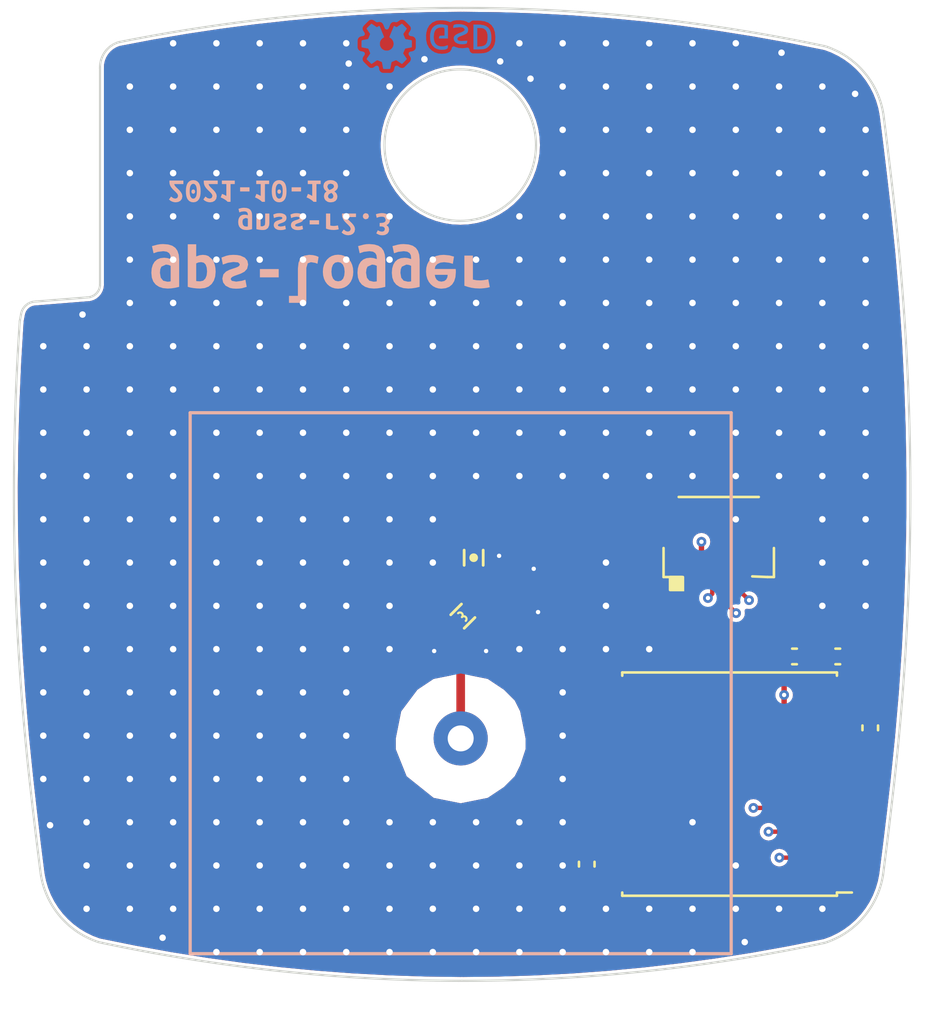
<source format=kicad_pcb>
(kicad_pcb (version 20210925) (generator pcbnew)
  (title_block (title "gps-logger-gnss") (date "2021-10-18") (rev "r2.3"))
  (layers (0 "F.Cu" signal) (1 "In1.Cu" signal) (2 "In2.Cu" signal) (31 "B.Cu" signal) (34 "B.Paste" user) (35 "F.Paste" user) (36 "B.SilkS" user "B.Silkscreen") (37 "F.SilkS" user "F.Silkscreen") (38 "B.Mask" user) (39 "F.Mask" user) (44 "Edge.Cuts" user))
  (net 0 "")
  (net 1 "GND")
  (net 2 "Net-(FLT1-Pad3)")
  (net 3 "Net-(C1-Pad1)")
  (net 4 "Net-(C3-Pad1)")
  (net 5 "Net-(ANT1-Pad1)")
  (net 6 "Net-(FLT2-Pad1)")
  (net 7 "Net-(J1-Pad2)")
  (net 8 "Net-(J1-Pad3)")
  (net 9 "Net-(C4-Pad1)")
  (net 10 "Net-(FLT1-Pad1)")
  (net 11 "Net-(FLT2-Pad3)")
  (net 12 "Net-(L1-Pad1)")
  (net 13 "Net-(J1-Pad4)")
  (footprint "gkl_housings_son:SAW-5" (layer "F.Cu") (at 111.95 96.103352)
    (fp_text reference "FLT1" hide)
    (fp_text value "SF1186G" hide)
  )
  (footprint "gkl_housings_son:XSON6" (layer "F.Cu") (at 110.25 96.603352 -90)
    (fp_text reference "U2" hide)
    (fp_text value "BGU7007" hide)
  )
  (footprint "pkl_dipol:C_0402" (layer "F.Cu") (at 108.7 94.753352 90)
    (fp_text reference "C4" hide)
    (fp_text value "1nF" hide)
  )
  (footprint "gkl_housings_son:SAW-5" (layer "F.Cu") (at 108.1 99.253352 90)
    (fp_text reference "FLT2" hide)
    (fp_text value "SF1186G" hide)
  )
  (footprint "pkl_dipol:L_0402" (layer "F.Cu") (at 108.2 97.453352 -135)
    (fp_text reference "L1" hide)
    (fp_text value "5.6nH" hide)
  )
  (footprint "Capacitor_SMD:C_0402_1005Metric" (layer "F.Cu") (at 127.025741 102.615915 90)
    (fp_text reference "C5" hide)
    (fp_text value "0.1uF" hide)
  )
  (footprint "RF_GPS:ublox_MAX" (layer "F.Cu") (at 120.525741 105.215915 180)
    (fp_text reference "U1" hide)
    (fp_text value "MAX-M8C" hide)
  )
  (footprint "Capacitor_SMD:C_0402_1005Metric" (layer "F.Cu") (at 113.925741 108.915915 90)
    (fp_text reference "C2" hide)
    (fp_text value "0.1uF" hide)
  )
  (footprint "Capacitor_SMD:C_0402_1005Metric" (layer "F.Cu") (at 125.525741 99.315915 180)
    (fp_text reference "C1" hide)
    (fp_text value "4.7uF" hide)
  )
  (footprint "gps-logger:Hirose_FH34SRJ-16S-0.5SH_1x16-1MP_P0.50mm_Horizontal" (layer "F.Cu") (at 119.974741 94.215915 180)
    (fp_text reference "J1" hide)
    (fp_text value "Conn_01x06_MountingPin" hide)
  )
  (footprint "Capacitor_SMD:C_0402_1005Metric" (layer "F.Cu") (at 123.525741 99.315915)
    (fp_text reference "C3" hide)
    (fp_text value "4.7uF" hide)
  )
  (footprint "gkl_antenna:GPS_ANT" (layer "B.Cu") (at 108.1 103.103352 180)
    (fp_text reference "ANT1" hide)
    (fp_text value "pkl_PATCH_ANTENNA" hide)
  )
  (footprint "gkl_logos:gsd_logo_small" (layer "B.Cu") (at 108.1 70.603352)
    (fp_text reference "G***" hide)
    (fp_text value "LOGO" hide)
  )
  (footprint "gkl_logos:oshw_small" (layer "B.Cu") (at 104.6875 71.090852)
    (fp_text reference "G***" hide)
    (fp_text value "LOGO" hide)
  )
  (footprint "kibuzzard-616D57EE" (layer "B.Cu") (at 98.525741 77.815915)
    (fp_text reference "kibuzzard-616D57EE" hide)
    (fp_text value "G***" hide)
  )
  (footprint "kibuzzard-616D5807" (layer "B.Cu") (at 101.325741 79.215915)
    (fp_text reference "kibuzzard-616D5807" hide)
    (fp_text value "G***" hide)
  )
  (footprint "kibuzzard-616D5817" (layer "B.Cu") (at 101.625741 81.615915)
    (fp_text reference "kibuzzard-616D5817" hide)
    (fp_text value "G***" hide)
  )
  (gr_circle (center 108.080119 75.684581) (end 111.580119 75.684581) (layer "Edge.Cuts") (width 0.1) (fill none))
  (gr_arc (start 88.475 83.6125) (end 88.475 82.9125) (angle -75.96383594) (layer "Edge.Cuts") (width 0.1))
  (gr_arc (start -116.8 105.703352) (end 127.636746 74.277907) (angle 1.003919669) (layer "Edge.Cuts") (width 0.1))
  (gr_line (start 90.834678 82.72293) (end 88.475 82.9125) (layer "Edge.Cuts") (width 0.1))
  (gr_line (start 87.7959 83.442726) (end 87.725741 83.815915) (layer "Edge.Cuts") (width 0.1))
  (gr_arc (start 123.742166 74.865673) (end 124.958496 71.119507) (angle 63.4298281) (layer "Edge.Cuts") (width 0.1))
  (gr_arc (start 123.726165 108.801365) (end 127.620189 109.392804) (angle 63.4298281) (layer "Edge.Cuts") (width 0.1))
  (gr_arc (start 108.147819 33.301626) (end 124.938961 112.548677) (angle 11.96000713) (layer "Edge.Cuts") (width 0.1))
  (gr_arc (start 92.650403 72.089631) (end 91.434678 72.12293) (angle 73.59047988) (layer "Edge.Cuts") (width 0.1))
  (gr_arc (start 90.834678 82.12293) (end 90.834678 82.72293) (angle -90) (layer "Edge.Cuts") (width 0.1))
  (gr_line (start 91.434678 72.12293) (end 91.434678 82.12293) (layer "Edge.Cuts") (width 0.1))
  (gr_arc (start 108.295923 33.301753) (end 108.152189 114.30803) (angle 11.96000713) (layer "Edge.Cuts") (width 0.1))
  (gr_arc (start -116.786813 77.736859) (end 128.13731 105.105737) (angle 1.003919669) (layer "Edge.Cuts") (width 0.1))
  (gr_arc (start 108.092628 150.350688) (end 108.173391 69.344324) (angle 11.96000713) (layer "Edge.Cuts") (width 0.1))
  (gr_arc (start 92.58771 108.77458) (end 91.368469 112.519799) (angle 63.4298281) (layer "Edge.Cuts") (width 0.1))
  (gr_arc (start 207.45495 91.872995) (end 88.166428 104.920927) (angle 10.09213893) (layer "Edge.Cuts") (width 0.1))
  (gr_arc (start 8.879573 91.779363) (end 128.149824 78.56546) (angle 12.69802089) (layer "Edge.Cuts") (width 0.1))
  (gr_arc (start 108.240748 150.371033) (end 92.275017 70.932833) (angle 11.31645039) (layer "Edge.Cuts") (width 0.1))
  (gr_arc (start 333.153775 78.123896) (end 88.692675 109.359319) (angle 1.039104799) (layer "Edge.Cuts") (width 0.1))
  (segment (start 108.35 98.868352) (end 109.0775 98.868352) (width 0.2) (layer "F.Cu") (net 1))
  (segment (start 111.95 96.990852) (end 111.675 97.265852) (width 0.2) (layer "F.Cu") (net 1))
  (segment (start 109.0875 99.253352) (end 109.275 99.065852) (width 0.2) (layer "F.Cu") (net 1))
  (segment (start 111.95 96.353352) (end 111.95 96.990852) (width 0.2) (layer "F.Cu") (net 1))
  (segment (start 112.335 96.353352) (end 112.335 96.805852) (width 0.2) (layer "F.Cu") (net 1))
  (segment (start 109.4625 94.253352) (end 109.875 94.665852) (width 0.2) (layer "F.Cu") (net 1))
  (segment (start 111.95 95.528352) (end 111.6875 95.265852) (width 0.2) (layer "F.Cu") (net 1))
  (segment (start 111.0375 97.103352) (end 111.275 96.865852) (width 0.2) (layer "F.Cu") (net 1))
  (segment (start 108.7 94.253352) (end 109.4625 94.253352) (width 0.2) (layer "F.Cu") (net 1))
  (segment (start 111.0125 96.603352) (end 111.275 96.865852) (width 0.2) (layer "F.Cu") (net 1))
  (segment (start 110.55 96.603352) (end 111.0125 96.603352) (width 0.2) (layer "F.Cu") (net 1))
  (segment (start 108.35 99.253352) (end 109.0875 99.253352) (width 0.2) (layer "F.Cu") (net 1))
  (segment (start 110.55 97.103352) (end 111.0375 97.103352) (width 0.2) (layer "F.Cu") (net 1))
  (segment (start 112.15 96.990852) (end 111.95 96.990852) (width 0.2) (layer "F.Cu") (net 1))
  (segment (start 107.0625 99.253352) (end 106.875 99.065852) (width 0.2) (layer "F.Cu") (net 1))
  (segment (start 109.0775 98.868352) (end 109.275 99.065852) (width 0.2) (layer "F.Cu") (net 1))
  (segment (start 112.335 96.805852) (end 112.15 96.990852) (width 0.2) (layer "F.Cu") (net 1))
  (segment (start 111.95 95.853352) (end 111.95 95.528352) (width 0.2) (layer "F.Cu") (net 1))
  (segment (start 111.275 96.865852) (end 111.675 97.265852) (width 0.2) (layer "F.Cu") (net 1))
  (segment (start 107.85 99.253352) (end 107.0625 99.253352) (width 0.2) (layer "F.Cu") (net 1))
  (segment (start 111.6875 95.265852) (end 111.475 95.265852) (width 0.2) (layer "F.Cu") (net 1))
  (via (at 118.8125 90.978352) (size 0.6) (drill 0.3) (layers "F.Cu" "B.Cu") (net 1))
  (via (at 114.8125 96.978352) (size 0.6) (drill 0.3) (layers "F.Cu" "B.Cu") (net 1))
  (via (at 100.8125 108.978352) (size 0.6) (drill 0.3) (layers "F.Cu" "B.Cu") (net 1))
  (via (at 114.8125 72.978352) (size 0.6) (drill 0.3) (layers "F.Cu" "B.Cu") (net 1))
  (via (at 89.125741 107.115915) (size 0.6) (drill 0.3) (layers "F.Cu" "B.Cu") (net 1))
  (via (at 110.8125 78.978352) (size 0.6) (drill 0.3) (layers "F.Cu" "B.Cu") (net 1))
  (via (at 88.8125 98.978352) (size 0.6) (drill 0.3) (layers "F.Cu" "B.Cu") (net 1))
  (via (at 120.8125 78.978352) (size 0.6) (drill 0.3) (layers "F.Cu" "B.Cu") (net 1))
  (via (at 110.8125 106.978352) (size 0.6) (drill 0.3) (layers "F.Cu" "B.Cu") (net 1))
  (via (at 98.8125 98.978352) (size 0.6) (drill 0.3) (layers "F.Cu" "B.Cu") (net 1))
  (via (at 98.8125 104.978352) (size 0.6) (drill 0.3) (layers "F.Cu" "B.Cu") (net 1))
  (via (at 102.925741 71.915915) (size 0.6) (drill 0.3) (layers "F.Cu" "B.Cu") (net 1))
  (via (at 100.8125 110.978352) (size 0.6) (drill 0.3) (layers "F.Cu" "B.Cu") (net 1))
  (via (at 104.8125 110.978352) (size 0.6) (drill 0.3) (layers "F.Cu" "B.Cu") (net 1))
  (via (at 94.8125 70.978352) (size 0.6) (drill 0.3) (layers "F.Cu" "B.Cu") (net 1))
  (via (at 116.8125 80.978352) (size 0.6) (drill 0.3) (layers "F.Cu" "B.Cu") (net 1))
  (via (at 104.8125 80.978352) (size 0.6) (drill 0.3) (layers "F.Cu" "B.Cu") (net 1))
  (via (at 96.8125 76.978352) (size 0.6) (drill 0.3) (layers "F.Cu" "B.Cu") (net 1))
  (via (at 110.8125 86.978352) (size 0.6) (drill 0.3) (layers "F.Cu" "B.Cu") (net 1))
  (via (at 122.8125 110.978352) (size 0.6) (drill 0.3) (layers "F.Cu" "B.Cu") (net 1))
  (via (at 112.8125 86.978352) (size 0.6) (drill 0.3) (layers "F.Cu" "B.Cu") (net 1))
  (via (at 102.8125 74.978352) (size 0.6) (drill 0.3) (layers "F.Cu" "B.Cu") (net 1))
  (via (at 116.8125 82.978352) (size 0.6) (drill 0.3) (layers "F.Cu" "B.Cu") (net 1))
  (via (at 108.8125 108.978352) (size 0.6) (drill 0.3) (layers "F.Cu" "B.Cu") (net 1))
  (via (at 116.8125 86.978352) (size 0.6) (drill 0.3) (layers "F.Cu" "B.Cu") (net 1))
  (via (at 114.8125 90.978352) (size 0.6) (drill 0.3) (layers "F.Cu" "B.Cu") (net 1))
  (via (at 126.8125 78.978352) (size 0.6) (drill 0.3) (layers "F.Cu" "B.Cu") (net 1))
  (via (at 102.8125 108.978352) (size 0.6) (drill 0.3) (layers "F.Cu" "B.Cu") (net 1))
  (via (at 109.875 94.665852) (size 0.45) (drill 0.2) (layers "F.Cu" "B.Cu") (net 1))
  (via (at 96.8125 102.978352) (size 0.6) (drill 0.3) (layers "F.Cu" "B.Cu") (net 1))
  (via (at 88.8125 94.978352) (size 0.6) (drill 0.3) (layers "F.Cu" "B.Cu") (net 1))
  (via (at 116.8125 110.978352) (size 0.6) (drill 0.3) (layers "F.Cu" "B.Cu") (net 1))
  (via (at 108.8125 90.978352) (size 0.6) (drill 0.3) (layers "F.Cu" "B.Cu") (net 1))
  (via (at 98.8125 78.978352) (size 0.6) (drill 0.3) (layers "F.Cu" "B.Cu") (net 1))
  (via (at 122.8125 76.978352) (size 0.6) (drill 0.3) (layers "F.Cu" "B.Cu") (net 1))
  (via (at 96.8125 106.978352) (size 0.6) (drill 0.3) (layers "F.Cu" "B.Cu") (net 1))
  (via (at 121.225741 112.515915) (size 0.6) (drill 0.3) (layers "F.Cu" "B.Cu") (net 1))
  (via (at 98.8125 108.978352) (size 0.6) (drill 0.3) (layers "F.Cu" "B.Cu") (net 1))
  (via (at 92.8125 106.978352) (size 0.6) (drill 0.3) (layers "F.Cu" "B.Cu") (net 1))
  (via (at 124.8125 88.978352) (size 0.6) (drill 0.3) (layers "F.Cu" "B.Cu") (net 1))
  (via (at 98.8125 86.978352) (size 0.6) (drill 0.3) (layers "F.Cu" "B.Cu") (net 1))
  (via (at 112.8125 104.978352) (size 0.6) (drill 0.3) (layers "F.Cu" "B.Cu") (net 1))
  (via (at 109.275 99.065852) (size 0.45) (drill 0.2) (layers "F.Cu" "B.Cu") (net 1))
  (via (at 124.8125 110.978352) (size 0.6) (drill 0.3) (layers "F.Cu" "B.Cu") (net 1))
  (via (at 110.8125 84.978352) (size 0.6) (drill 0.3) (layers "F.Cu" "B.Cu") (net 1))
  (via (at 106.425741 71.715915) (size 0.6) (drill 0.3) (layers "F.Cu" "B.Cu") (net 1))
  (via (at 124.8125 78.978352) (size 0.6) (drill 0.3) (layers "F.Cu" "B.Cu") (net 1))
  (via (at 120.8125 86.978352) (size 0.6) (drill 0.3) (layers "F.Cu" "B.Cu") (net 1))
  (via (at 112.8125 76.978352) (size 0.6) (drill 0.3) (layers "F.Cu" "B.Cu") (net 1))
  (via (at 96.8125 96.978352) (size 0.6) (drill 0.3) (layers "F.Cu" "B.Cu") (net 1))
  (via (at 122.8125 78.978352) (size 0.6) (drill 0.3) (layers "F.Cu" "B.Cu") (net 1))
  (via (at 88.8125 100.978352) (size 0.6) (drill 0.3) (layers "F.Cu" "B.Cu") (net 1))
  (via (at 102.8125 100.978352) (size 0.6) (drill 0.3) (layers "F.Cu" "B.Cu") (net 1))
  (via (at 126.325741 73.315915) (size 0.6) (drill 0.3) (layers "F.Cu" "B.Cu") (net 1))
  (via (at 104.8125 90.978352) (size 0.6) (drill 0.3) (layers "F.Cu" "B.Cu") (net 1))
  (via (at 104.8125 84.978352) (size 0.6) (drill 0.3) (layers "F.Cu" "B.Cu") (net 1))
  (via (at 102.8125 80.978352) (size 0.6) (drill 0.3) (layers "F.Cu" "B.Cu") (net 1))
  (via (at 94.8125 82.978352) (size 0.6) (drill 0.3) (layers "F.Cu" "B.Cu") (net 1))
  (via (at 106.8125 80.978352) (size 0.6) (drill 0.3) (layers "F.Cu" "B.Cu") (net 1))
  (via (at 108.8125 80.978352) (size 0.6) (drill 0.3) (layers "F.Cu" "B.Cu") (net 1))
  (via (at 126.8125 76.978352) (size 0.6) (drill 0.3) (layers "F.Cu" "B.Cu") (net 1))
  (via (at 92.8125 88.978352) (size 0.6) (drill 0.3) (layers "F.Cu" "B.Cu") (net 1))
  (via (at 98.8125 94.978352) (size 0.6) (drill 0.3) (layers "F.Cu" "B.Cu") (net 1))
  (via (at 96.8125 86.978352) (size 0.6) (drill 0.3) (layers "F.Cu" "B.Cu") (net 1))
  (via (at 112.8125 90.978352) (size 0.6) (drill 0.3) (layers "F.Cu" "B.Cu") (net 1))
  (via (at 94.8125 76.978352) (size 0.6) (drill 0.3) (layers "F.Cu" "B.Cu") (net 1))
  (via (at 114.8125 86.978352) (size 0.6) (drill 0.3) (layers "F.Cu" "B.Cu") (net 1))
  (via (at 102.8125 92.978352) (size 0.6) (drill 0.3) (layers "F.Cu" "B.Cu") (net 1))
  (via (at 92.8125 90.978352) (size 0.6) (drill 0.3) (layers "F.Cu" "B.Cu") (net 1))
  (via (at 102.8125 72.978352) (size 0.6) (drill 0.3) (layers "F.Cu" "B.Cu") (net 1))
  (via (at 112.8125 110.978352) (size 0.6) (drill 0.3) (layers "F.Cu" "B.Cu") (net 1))
  (via (at 114.8125 78.978352) (size 0.6) (drill 0.3) (layers "F.Cu" "B.Cu") (net 1))
  (via (at 98.8125 88.978352) (size 0.6) (drill 0.3) (layers "F.Cu" "B.Cu") (net 1))
  (via (at 106.8125 112.978352) (size 0.6) (drill 0.3) (layers "F.Cu" "B.Cu") (net 1))
  (via (at 92.8125 80.978352) (size 0.6) (drill 0.3) (layers "F.Cu" "B.Cu") (net 1))
  (via (at 94.8125 102.978352) (size 0.6) (drill 0.3) (layers "F.Cu" "B.Cu") (net 1))
  (via (at 110.8125 90.978352) (size 0.6) (drill 0.3) (layers "F.Cu" "B.Cu") (net 1))
  (via (at 116.8125 112.978352) (size 0.6) (drill 0.3) (layers "F.Cu" "B.Cu") (net 1))
  (via (at 106.8125 88.978352) (size 0.6) (drill 0.3) (layers "F.Cu" "B.Cu") (net 1))
  (via (at 94.8125 98.978352) (size 0.6) (drill 0.3) (layers "F.Cu" "B.Cu") (net 1))
  (via (at 92.8125 104.978352) (size 0.6) (drill 0.3) (layers "F.Cu" "B.Cu") (net 1))
  (via (at 102.8125 98.978352) (size 0.6) (drill 0.3) (layers "F.Cu" "B.Cu") (net 1))
  (via (at 104.8125 92.978352) (size 0.6) (drill 0.3) (layers "F.Cu" "B.Cu") (net 1))
  (via (at 98.8125 112.978352) (size 0.6) (drill 0.3) (layers "F.Cu" "B.Cu") (net 1))
  (via (at 100.8125 72.978352) (size 0.6) (drill 0.3) (layers "F.Cu" "B.Cu") (net 1))
  (via (at 92.8125 82.978352) (size 0.6) (drill 0.3) (layers "F.Cu" "B.Cu") (net 1))
  (via (at 108.8125 88.978352) (size 0.6) (drill 0.3) (layers "F.Cu" "B.Cu") (net 1))
  (via (at 96.8125 112.978352) (size 0.6) (drill 0.3) (layers "F.Cu" "B.Cu") (net 1))
  (via (at 94.8125 72.978352) (size 0.6) (drill 0.3) (layers "F.Cu" "B.Cu") (net 1))
  (via (at 96.8125 110.978352) (size 0.6) (drill 0.3) (layers "F.Cu" "B.Cu") (net 1))
  (via (at 120.8125 74.978352) (size 0.6) (drill 0.3) (layers "F.Cu" "B.Cu") (net 1))
  (via (at 104.8125 86.978352) (size 0.6) (drill 0.3) (layers "F.Cu" "B.Cu") (net 1))
  (via (at 98.8125 84.978352) (size 0.6) (drill 0.3) (layers "F.Cu" "B.Cu") (net 1))
  (via (at 98.8125 74.978352) (size 0.6) (drill 0.3) (layers "F.Cu" "B.Cu") (net 1))
  (via (at 98.8125 72.978352) (size 0.6) (drill 0.3) (layers "F.Cu" "B.Cu") (net 1))
  (via (at 90.8125 104.978352) (size 0.6) (drill 0.3) (layers "F.Cu" "B.Cu") (net 1))
  (via (at 122.8125 90.978352) (size 0.6) (drill 0.3) (layers "F.Cu" "B.Cu") (net 1))
  (via (at 88.8125 92.978352) (size 0.6) (drill 0.3) (layers "F.Cu" "B.Cu") (net 1))
  (via (at 112.8125 102.978352) (size 0.6) (drill 0.3) (layers "F.Cu" "B.Cu") (net 1))
  (via (at 92.8125 96.978352) (size 0.6) (drill 0.3) (layers "F.Cu" "B.Cu") (net 1))
  (via (at 126.8125 80.978352) (size 0.6) (drill 0.3) (layers "F.Cu" "B.Cu") (net 1))
  (via (at 112.8125 98.978352) (size 0.6) (drill 0.3) (layers "F.Cu" "B.Cu") (net 1))
  (via (at 90.8125 110.978352) (size 0.6) (drill 0.3) (layers "F.Cu" "B.Cu") (net 1))
  (via (at 122.8125 84.978352) (size 0.6) (drill 0.3) (layers "F.Cu" "B.Cu") (net 1))
  (via (at 94.8125 108.978352) (size 0.6) (drill 0.3) (layers "F.Cu" "B.Cu") (net 1))
  (via (at 126.8125 94.978352) (size 0.6) (drill 0.3) (layers "F.Cu" "B.Cu") (net 1))
  (via (at 118.8125 82.978352) (size 0.6) (drill 0.3) (layers "F.Cu" "B.Cu") (net 1))
  (via (at 108.8125 106.978352) (size 0.6) (drill 0.3) (layers "F.Cu" "B.Cu") (net 1))
  (via (at 90.8125 84.978352) (size 0.6) (drill 0.3) (layers "F.Cu" "B.Cu") (net 1))
  (via (at 96.8125 74.978352) (size 0.6) (drill 0.3) (layers "F.Cu" "B.Cu") (net 1))
  (via (at 94.325741 112.315915) (size 0.6) (drill 0.3) (layers "F.Cu" "B.Cu") (net 1))
  (via (at 102.8125 82.978352) (size 0.6) (drill 0.3) (layers "F.Cu" "B.Cu") (net 1))
  (via (at 120.8125 80.978352) (size 0.6) (drill 0.3) (layers "F.Cu" "B.Cu") (net 1))
  (via (at 112.8125 78.978352) (size 0.6) (drill 0.3) (layers "F.Cu" "B.Cu") (net 1))
  (via (at 90.8125 96.978352) (size 0.6) (drill 0.3) (layers "F.Cu" "B.Cu") (net 1))
  (via (at 126.8125 92.978352) (size 0.6) (drill 0.3) (layers "F.Cu" "B.Cu") (net 1))
  (via (at 112.8125 100.978352) (size 0.6) (drill 0.3) (layers "F.Cu" "B.Cu") (net 1))
  (via (at 112.8125 74.978352) (size 0.6) (drill 0.3) (layers "F.Cu" "B.Cu") (net 1))
  (via (at 88.8125 90.978352) (size 0.6) (drill 0.3) (layers "F.Cu" "B.Cu") (net 1))
  (via (at 118.8125 72.978352) (size 0.6) (drill 0.3) (layers "F.Cu" "B.Cu") (net 1))
  (via (at 88.8125 88.978352) (size 0.6) (drill 0.3) (layers "F.Cu" "B.Cu") (net 1))
  (via (at 92.8125 94.978352) (size 0.6) (drill 0.3) (layers "F.Cu" "B.Cu") (net 1))
  (via (at 96.8125 88.978352) (size 0.6) (drill 0.3) (layers "F.Cu" "B.Cu") (net 1))
  (via (at 108.8125 84.978352) (size 0.6) (drill 0.3) (layers "F.Cu" "B.Cu") (net 1))
  (via (at 122.8125 80.978352) (size 0.6) (drill 0.3) (layers "F.Cu" "B.Cu") (net 1))
  (via (at 108.8125 110.978352) (size 0.6) (drill 0.3) (layers "F.Cu" "B.Cu") (net 1))
  (via (at 88.8125 84.978352) (size 0.6) (drill 0.3) (layers "F.Cu" "B.Cu") (net 1))
  (via (at 124.8125 80.978352) (size 0.6) (drill 0.3) (layers "F.Cu" "B.Cu") (net 1))
  (via (at 92.8125 102.978352) (size 0.6) (drill 0.3) (layers "F.Cu" "B.Cu") (net 1))
  (via (at 104.8125 112.978352) (size 0.6) (drill 0.3) (layers "F.Cu" "B.Cu") (net 1))
  (via (at 98.8125 100.978352) (size 0.6) (drill 0.3) (layers "F.Cu" "B.Cu") (net 1))
  (via (at 102.8125 88.978352) (size 0.6) (drill 0.3) (layers "F.Cu" "B.Cu") (net 1))
  (via (at 98.8125 106.978352) (size 0.6) (drill 0.3) (layers "F.Cu" "B.Cu") (net 1))
  (via (at 114.8125 94.978352) (size 0.6) (drill 0.3) (layers "F.Cu" "B.Cu") (net 1))
  (via (at 118.8125 110.978352) (size 0.6) (drill 0.3) (layers "F.Cu" "B.Cu") (net 1))
  (via (at 100.8125 80.978352) (size 0.6) (drill 0.3) (layers "F.Cu" "B.Cu") (net 1))
  (via (at 90.625741 83.515915) (size 0.6) (drill 0.3) (layers "F.Cu" "B.Cu") (net 1))
  (via (at 96.8125 104.978352) (size 0.6) (drill 0.3) (layers "F.Cu" "B.Cu") (net 1))
  (via (at 96.8125 108.978352) (size 0.6) (drill 0.3) (layers "F.Cu" "B.Cu") (net 1))
  (via (at 120.8125 108.978352) (size 0.6) (drill 0.3) (layers "F.Cu" "B.Cu") (net 1))
  (via (at 118.8125 76.978352) (size 0.6) (drill 0.3) (layers "F.Cu" "B.Cu") (net 1))
  (via (at 102.8125 70.978352) (size 0.6) (drill 0.3) (layers "F.Cu" "B.Cu") (net 1))
  (via (at 126.8125 96.978352) (size 0.6) (drill 0.3) (layers "F.Cu" "B.Cu") (net 1))
  (via (at 114.8125 110.978352) (size 0.6) (drill 0.3) (layers "F.Cu" "B.Cu") (net 1))
  (via (at 100.8125 88.978352) (size 0.6) (drill 0.3) (layers "F.Cu" "B.Cu") (net 1))
  (via (at 122.8125 86.978352) (size 0.6) (drill 0.3) (layers "F.Cu" "B.Cu") (net 1))
  (via (at 126.8125 74.978352) (size 0.6) (drill 0.3) (layers "F.Cu" "B.Cu") (net 1))
  (via (at 100.8125 74.978352) (size 0.6) (drill 0.3) (layers "F.Cu" "B.Cu") (net 1))
  (via (at 94.8125 90.978352) (size 0.6) (drill 0.3) (layers "F.Cu" "B.Cu") (net 1))
  (via (at 90.8125 92.978352) (size 0.6) (drill 0.3) (layers "F.Cu" "B.Cu") (net 1))
  (via (at 124.8125 72.978352) (size 0.6) (drill 0.3) (layers "F.Cu" "B.Cu") (net 1))
  (via (at 90.8125 108.978352) (size 0.6) (drill 0.3) (layers "F.Cu" "B.Cu") (net 1))
  (via (at 116.8125 84.978352) (size 0.6) (drill 0.3) (layers "F.Cu" "B.Cu") (net 1))
  (via (at 98.8125 102.978352) (size 0.6) (drill 0.3) (layers "F.Cu" "B.Cu") (net 1))
  (via (at 104.8125 98.978352) (size 0.6) (drill 0.3) (layers "F.Cu" "B.Cu") (net 1))
  (via (at 100.8125 70.978352) (size 0.6) (drill 0.3) (layers "F.Cu" "B.Cu") (net 1))
  (via (at 106.8125 86.978352) (size 0.6) (drill 0.3) (layers "F.Cu" "B.Cu") (net 1))
  (via (at 106.8125 94.978352) (size 0.6) (drill 0.3) (layers "F.Cu" "B.Cu") (net 1))
  (via (at 98.8125 96.978352) (size 0.6) (drill 0.3) (layers "F.Cu" "B.Cu") (net 1))
  (via (at 100.8125 84.978352) (size 0.6) (drill 0.3) (layers "F.Cu" "B.Cu") (net 1))
  (via (at 96.8125 100.978352) (size 0.6) (drill 0.3) (layers "F.Cu" "B.Cu") (net 1))
  (via (at 106.8125 106.978352) (size 0.6) (drill 0.3) (layers "F.Cu" "B.Cu") (net 1))
  (via (at 106.8125 110.978352) (size 0.6) (drill 0.3) (layers "F.Cu" "B.Cu") (net 1))
  (via (at 96.8125 90.978352) (size 0.6) (drill 0.3) (layers "F.Cu" "B.Cu") (net 1))
  (via (at 90.8125 106.978352) (size 0.6) (drill 0.3) (layers "F.Cu" "B.Cu") (net 1))
  (via (at 94.8125 96.978352) (size 0.6) (drill 0.3) (layers "F.Cu" "B.Cu") (net 1))
  (via (at 98.8125 92.978352) (size 0.6) (drill 0.3) (layers "F.Cu" "B.Cu") (net 1))
  (via (at 102.8125 78.978352) (size 0.6) (drill 0.3) (layers "F.Cu" "B.Cu") (net 1))
  (via (at 108.8125 82.978352) (size 0.6) (drill 0.3) (layers "F.Cu" "B.Cu") (net 1))
  (via (at 120.8125 88.978352) (size 0.6) (drill 0.3) (layers "F.Cu" "B.Cu") (net 1))
  (via (at 126.8125 90.978352) (size 0.6) (drill 0.3) (layers "F.Cu" "B.Cu") (net 1))
  (via (at 100.8125 92.978352) (size 0.6) (drill 0.3) (layers "F.Cu" "B.Cu") (net 1))
  (via (at 118.8125 74.978352) (size 0.6) (drill 0.3) (layers "F.Cu" "B.Cu") (net 1))
  (via (at 100.8125 94.978352) (size 0.6) (drill 0.3) (layers "F.Cu" "B.Cu") (net 1))
  (via (at 112.8125 72.978352) (size 0.6) (drill 0.3) (layers "F.Cu" "B.Cu") (net 1))
  (via (at 104.8125 106.978352) (size 0.6) (drill 0.3) (layers "F.Cu" "B.Cu") (net 1))
  (via (at 122.8125 74.978352) (size 0.6) (drill 0.3) (layers "F.Cu" "B.Cu") (net 1))
  (via (at 102.8125 112.978352) (size 0.6) (drill 0.3) (layers "F.Cu" "B.Cu") (net 1))
  (via (at 96.8125 84.978352) (size 0.6) (drill 0.3) (layers "F.Cu" "B.Cu") (net 1))
  (via (at 90.8125 90.978352) (size 0.6) (drill 0.3) (layers "F.Cu" "B.Cu") (net 1))
  (via (at 110.8125 98.978352) (size 0.6) (drill 0.3) (layers "F.Cu" "B.Cu") (net 1))
  (via (at 100.8125 100.978352) (size 0.6) (drill 0.3) (layers "F.Cu" "B.Cu") (net 1))
  (via (at 122.925741 71.415915) (size 0.6) (drill 0.3) (layers "F.Cu" "B.Cu") (net 1))
  (via (at 96.8125 80.978352) (size 0.6) (drill 0.3) (layers "F.Cu" "B.Cu") (net 1))
  (via (at 102.8125 102.978352) (size 0.6) (drill 0.3) (layers "F.Cu" "B.Cu") (net 1))
  (via (at 104.8125 108.978352) (size 0.6) (drill 0.3) (layers "F.Cu" "B.Cu") (net 1))
  (via (at 104.8125 96.978352) (size 0.6) (drill 0.3) (layers "F.Cu" "B.Cu") (net 1))
  (via (at 96.8125 94.978352) (size 0.6) (drill 0.3) (layers "F.Cu" "B.Cu") (net 1))
  (via (at 108.8125 112.978352) (size 0.6) (drill 0.3) (layers "F.Cu" "B.Cu") (net 1))
  (via (at 100.8125 76.978352) (size 0.6) (drill 0.3) (layers "F.Cu" "B.Cu") (net 1))
  (via (at 92.8125 86.978352) (size 0.6) (drill 0.3) (layers "F.Cu" "B.Cu") (net 1))
  (via (at 94.8125 86.978352) (size 0.6) (drill 0.3) (layers "F.Cu" "B.Cu") (net 1))
  (via (at 120.8125 110.978352) (size 0.6) (drill 0.3) (layers "F.Cu" "B.Cu") (net 1))
  (via (at 102.8125 90.978352) (size 0.6) (drill 0.3) (layers "F.Cu" "B.Cu") (net 1))
  (via (at 112.8125 84.978352) (size 0.6) (drill 0.3) (layers "F.Cu" "B.Cu") (net 1))
  (via (at 116.8125 76.978352) (size 0.6) (drill 0.3) (layers "F.Cu" "B.Cu") (net 1))
  (via (at 120.8125 82.978352) (size 0.6) (drill 0.3) (layers "F.Cu" "B.Cu") (net 1))
  (via (at 102.8125 94.978352) (size 0.6) (drill 0.3) (layers "F.Cu" "B.Cu") (net 1))
  (via (at 100.8125 78.978352) (size 0.6) (drill 0.3) (layers "F.Cu" "B.Cu") (net 1))
  (via (at 98.8125 82.978352) (size 0.6) (drill 0.3) (layers "F.Cu" "B.Cu") (net 1))
  (via (at 114.8125 88.978352) (size 0.6) (drill 0.3) (layers "F.Cu" "B.Cu") (net 1))
  (via (at 114.8125 70.978352) (size 0.6) (drill 0.3) (layers "F.Cu" "B.Cu") (net 1))
  (via (at 116.8125 78.978352) (size 0.6) (drill 0.3) (layers "F.Cu" "B.Cu") (net 1))
  (via (at 94.8125 88.978352) (size 0.6) (drill 0.3) (layers "F.Cu" "B.Cu") (net 1))
  (via (at 118.8125 78.978352) (size 0.6) (drill 0.3) (layers "F.Cu" "B.Cu") (net 1))
  (via (at 114.8125 80.978352) (size 0.6) (drill 0.3) (layers "F.Cu" "B.Cu") (net 1))
  (via (at 112.8125 80.978352) (size 0.6) (drill 0.3) (layers "F.Cu" "B.Cu") (net 1))
  (via (at 98.8125 110.978352) (size 0.6) (drill 0.3) (layers "F.Cu" "B.Cu") (net 1))
  (via (at 112.8125 82.978352) (size 0.6) (drill 0.3) (layers "F.Cu" "B.Cu") (net 1))
  (via (at 94.8125 104.978352) (size 0.6) (drill 0.3) (layers "F.Cu" "B.Cu") (net 1))
  (via (at 112.8125 106.978352) (size 0.6) (drill 0.3) (layers "F.Cu" "B.Cu") (net 1))
  (via (at 110.8125 110.978352) (size 0.6) (drill 0.3) (layers "F.Cu" "B.Cu") (net 1))
  (via (at 112.8125 112.978352) (size 0.6) (drill 0.3) (layers "F.Cu" "B.Cu") (net 1))
  (via (at 102.8125 86.978352) (size 0.6) (drill 0.3) (layers "F.Cu" "B.Cu") (net 1))
  (via (at 114.8125 98.978352) (size 0.6) (drill 0.3) (layers "F.Cu" "B.Cu") (net 1))
  (via (at 100.8125 102.978352) (size 0.6) (drill 0.3) (layers "F.Cu" "B.Cu") (net 1))
  (via (at 122.8125 72.978352) (size 0.6) (drill 0.3) (layers "F.Cu" "B.Cu") (net 1))
  (via (at 116.8125 88.978352) (size 0.6) (drill 0.3) (layers "F.Cu" "B.Cu") (net 1))
  (via (at 124.8125 92.978352) (size 0.6) (drill 0.3) (layers "F.Cu" "B.Cu") (net 1))
  (via (at 111.675 97.265852) (size 0.45) (drill 0.2) (layers "F.Cu" "B.Cu") (net 1))
  (via (at 126.8125 82.978352) (size 0.6) (drill 0.3) (layers "F.Cu" "B.Cu") (net 1))
  (via (at 120.8125 90.978352) (size 0.6) (drill 0.3) (layers "F.Cu" "B.Cu") (net 1))
  (via (at 108.8125 86.978352) (size 0.6) (drill 0.3) (layers "F.Cu" "B.Cu") (net 1))
  (via (at 96.8125 78.978352) (size 0.6) (drill 0.3) (layers "F.Cu" "B.Cu") (net 1))
  (via (at 118.8125 88.978352) (size 0.6) (drill 0.3) (layers "F.Cu" "B.Cu") (net 1))
  (via (at 110.8125 80.978352) (size 0.6) (drill 0.3) (layers "F.Cu" "B.Cu") (net 1))
  (via (at 109.925741 71.815915) (size 0.6) (drill 0.3) (layers "F.Cu" "B.Cu") (net 1))
  (via (at 92.8125 84.978352) (size 0.6) (drill 0.3) (layers "F.Cu" "B.Cu") (net 1))
  (via (at 100.8125 86.978352) (size 0.6) (drill 0.3) (layers "F.Cu" "B.Cu") (net 1))
  (via (at 96.8125 92.978352) (size 0.6) (drill 0.3) (layers "F.Cu" "B.Cu") (net 1))
  (via (at 90.8125 86.978352) (size 0.6) (drill 0.3) (layers "F.Cu" "B.Cu") (net 1))
  (via (at 111.475 95.265852) (size 0.45) (drill 0.2) (layers "F.Cu" "B.Cu") (net 1))
  (via (at 106.8125 108.978352) (size 0.6) (drill 0.3) (layers "F.Cu" "B.Cu") (net 1))
  (via (at 116.8125 98.978352) (size 0.6) (drill 0.3) (layers "F.Cu" "B.Cu") (net 1))
  (via (at 110.8125 88.978352) (size 0.6) (drill 0.3) (layers "F.Cu" "B.Cu") (net 1))
  (via (at 94.8125 84.978352) (size 0.6) (drill 0.3) (layers "F.Cu" "B.Cu") (net 1))
  (via (at 120.8125 84.978352) (size 0.6) (drill 0.3) (layers "F.Cu" "B.Cu") (net 1))
  (via (at 92.8125 108.978352) (size 0.6) (drill 0.3) (layers "F.Cu" "B.Cu") (net 1))
  (via (at 104.8125 94.978352) (size 0.6) (drill 0.3) (layers "F.Cu" "B.Cu") (net 1))
  (via (at 114.8125 112.978352) (size 0.6) (drill 0.3) (layers "F.Cu" "B.Cu") (net 1))
  (via (at 100.8125 82.978352) (size 0.6) (drill 0.3) (layers "F.Cu" "B.Cu") (net 1))
  (via (at 118.8125 70.978352) (size 0.6) (drill 0.3) (layers "F.Cu" "B.Cu") (net 1))
  (via (at 96.8125 70.978352) (size 0.6) (drill 0.3) (layers "F.Cu" "B.Cu") (net 1))
  (via (at 104.8125 78.978352) (size 0.6) (drill 0.3) (layers "F.Cu" "B.Cu") (net 1))
  (via (at 106.8125 82.978352) (size 0.6) (drill 0.3) (layers "F.Cu" "B.Cu") (net 1))
  (via (at 90.8125 102.978352) (size 0.6) (drill 0.3) (layers "F.Cu" "B.Cu") (net 1))
  (via (at 124.8125 96.978352) (size 0.6) (drill 0.3) (layers "F.Cu" "B.Cu") (net 1))
  (via (at 116.8125 70.978352) (size 0.6) (drill 0.3) (layers "F.Cu" "B.Cu") (net 1))
  (via (at 88.8125 104.978352) (size 0.6) (drill 0.3) (layers "F.Cu" "B.Cu") (net 1))
  (via (at 120.8125 92.978352) (size 0.6) (drill 0.3) (layers "F.Cu" "B.Cu") (net 1))
  (via (at 124.8125 90.978352) (size 0.6) (drill 0.3) (layers "F.Cu" "B.Cu") (net 1))
  (via (at 110.8125 70.978352) (size 0.6) (drill 0.3) (layers "F.Cu" "B.Cu") (net 1))
  (via (at 90.8125 100.978352) (size 0.6) (drill 0.3) (layers "F.Cu" "B.Cu") (net 1))
  (via (at 94.8125 110.978352) (size 0.6) (drill 0.3) (layers "F.Cu" "B.Cu") (net 1))
  (via (at 100.8125 106.978352) (size 0.6) (drill 0.3) (layers "F.Cu" "B.Cu") (net 1))
  (via (at 90.8125 94.978352) (size 0.6) (drill 0.3) (layers "F.Cu" "B.Cu") (net 1))
  (via (at 92.8125 72.978352) (size 0.6) (drill 0.3) (layers "F.Cu" "B.Cu") (net 1))
  (via (at 88.8125 102.978352) (size 0.6) (drill 0.3) (layers "F.Cu" "B.Cu") (net 1))
  (via (at 126.8125 88.978352) (size 0.6) (drill 0.3) (layers "F.Cu" "B.Cu") (net 1))
  (via (at 98.8125 70.978352) (size 0.6) (drill 0.3) (layers "F.Cu" "B.Cu") (net 1))
  (via (at 92.8125 74.978352) (size 0.6) (drill 0.3) (layers "F.Cu" "B.Cu") (net 1))
  (via (at 92.8125 110.978352) (size 0.6) (drill 0.3) (layers "F.Cu" "B.Cu") (net 1))
  (via (at 118.8125 112.978352) (size 0.6) (drill 0.3) (layers "F.Cu" "B.Cu") (net 1))
  (via (at 118.8125 86.978352) (size 0.6) (drill 0.3) (layers "F.Cu" "B.Cu") (net 1))
  (via (at 98.8125 80.978352) (size 0.6) (drill 0.3) (layers "F.Cu" "B.Cu") (net 1))
  (via (at 112.8125 88.978352) (size 0.6) (drill 0.3) (layers "F.Cu" "B.Cu") (net 1))
  (via (at 88.8125 96.978352) (size 0.6) (drill 0.3) (layers "F.Cu" "B.Cu") (net 1))
  (via (at 94.8125 94.978352) (size 0.6) (drill 0.3) (layers "F.Cu" "B.Cu") (net 1))
  (via (at 104.8125 82.978352) (size 0.6) (drill 0.3) (layers "F.Cu" "B.Cu") (net 1))
  (via (at 100.8125 112.978352) (size 0.6) (drill 0.3) (layers "F.Cu" "B.Cu") (net 1))
  (via (at 124.8125 94.978352) (size 0.6) (drill 0.3) (layers "F.Cu" "B.Cu") (net 1))
  (via (at 100.8125 96.978352) (size 0.6) (drill 0.3) (layers "F.Cu" "B.Cu") (net 1))
  (via (at 98.8125 76.978352) (size 0.6) (drill 0.3) (layers "F.Cu" "B.Cu") (net 1))
  (via (at 120.8125 70.978352) (size 0.6) (drill 0.3) (layers "F.Cu" "B.Cu") (net 1))
  (via (at 116.8125 90.978352) (size 0.6) (drill 0.3) (layers "F.Cu" "B.Cu") (net 1))
  (via (at 112.8125 70.978352) (size 0.6) (drill 0.3) (layers "F.Cu" "B.Cu") (net 1))
  (via (at 96.8125 98.978352) (size 0.6) (drill 0.3) (layers "F.Cu" "B.Cu") (net 1))
  (via (at 112.8125 108.978352) (size 0.6) (drill 0.3) (layers "F.Cu" "B.Cu") (net 1))
  (via (at 106.8125 92.978352) (size 0.6) (drill 0.3) (layers "F.Cu" "B.Cu") (net 1))
  (via (at 94.8125 92.978352) (size 0.6) (drill 0.3) (layers "F.Cu" "B.Cu") (net 1))
  (via (at 110.8125 108.978352) (size 0.6) (drill 0.3) (layers "F.Cu" "B.Cu") (net 1))
  (via (at 124.8125 86.978352) (size 0.6) (drill 0.3) (layers "F.Cu" "B.Cu") (net 1))
  (via (at 118.8125 84.978352) (size 0.6) (drill 0.3) (layers "F.Cu" "B.Cu") (net 1))
  (via (at 120.8125 72.978352) (size 0.6) (drill 0.3) (layers "F.Cu" "B.Cu") (net 1))
  (via (at 110.8125 82.978352) (size 0.6) (drill 0.3) (layers "F.Cu" "B.Cu") (net 1))
  (via (at 114.8125 74.978352) (size 0.6) (drill 0.3) (layers "F.Cu" "B.Cu") (net 1))
  (via (at 96.8125 82.978352) (size 0.6) (drill 0.3) (layers "F.Cu" "B.Cu") (net 1))
  (via (at 94.8125 78.978352) (size 0.6) (drill 0.3) (layers "F.Cu" "B.Cu") (net 1))
  (via (at 92.8125 98.978352) (size 0.6) (drill 0.3) (layers "F.Cu" "B.Cu") (net 1))
  (via (at 124.8125 76.978352) (size 0.6) (drill 0.3) (layers "F.Cu" "B.Cu") (net 1))
  (via (at 104.8125 88.978352) (size 0.6) (drill 0.3) (layers "F.Cu" "B.Cu") (net 1))
  (via (at 100.8125 104.978352) (size 0.6) (drill 0.3) (layers "F.Cu" "B.Cu") (net 1))
  (via (at 118.8125 80.978352) (size 0.6) (drill 0.3) (layers "F.Cu" "B.Cu") (net 1))
  (via (at 94.8125 106.978352) (size 0.6) (drill 0.3) (layers "F.Cu" "B.Cu") (net 1))
  (via (at 106.875 99.065852) (size 0.45) (drill 0.2) (layers "F.Cu" "B.Cu") (net 1))
  (via (at 90.8125 98.978352) (size 0.6) (drill 0.3) (layers "F.Cu" "B.Cu") (net 1))
  (via (at 124.8125 84.978352) (size 0.6) (drill 0.3) (layers "F.Cu" "B.Cu") (net 1))
  (via (at 94.8125 80.978352) (size 0.6) (drill 0.3) (layers "F.Cu" "B.Cu") (net 1))
  (via (at 114.8125 76.978352) (size 0.6) (drill 0.3) (layers "F.Cu" "B.Cu") (net 1))
  (via (at 102.8125 96.978352) (size 0.6) (drill 0.3) (layers "F.Cu" "B.Cu") (net 1))
  (via (at 120.8125 76.978352) (size 0.6) (drill 0.3) (layers "F.Cu" "B.Cu") (net 1))
  (via (at 92.8125 100.978352) (size 0.6) (drill 0.3) (layers "F.Cu" "B.Cu") (net 1))
  (via (at 116.8125 72.978352) (size 0.6) (drill 0.3) (layers "F.Cu" "B.Cu") (net 1))
  (via (at 100.8125 98.978352) (size 0.6) (drill 0.3) (layers "F.Cu" "B.Cu") (net 1))
  (via (at 126.8125 86.978352) (size 0.6) (drill 0.3) (layers "F.Cu" "B.Cu") (net 1))
  (via (at 122.8125 82.978352) (size 0.6) (drill 0.3) (layers "F.Cu" "B.Cu") (net 1))
  (via (at 114.8125 84.978352) (size 0.6) (drill 0.3) (layers "F.Cu" "B.Cu") (net 1))
  (via (at 90.8125 88.978352) (size 0.6) (drill 0.3) (layers "F.Cu" "B.Cu") (net 1))
  (via (at 88.8125 86.978352) (size 0.6) (drill 0.3) (layers "F.Cu" "B.Cu") (net 1))
  (via (at 118.8125 106.978352) (size 0.6) (drill 0.3) (layers "F.Cu" "B.Cu") (net 1))
  (via (at 100.8125 90.978352) (size 0.6) (drill 0.3) (layers "F.Cu" "B.Cu") (net 1))
  (via (at 106.8125 84.978352) (size 0.6) (drill 0.3) (layers "F.Cu" "B.Cu") (net 1))
  (via (at 104.8125 72.978352) (size 0.6) (drill 0.3) (layers "F.Cu" "B.Cu") (net 1))
  (via (at 92.8125 92.978352) (size 0.6) (drill 0.3) (layers "F.Cu" "B.Cu") (net 1))
  (via (at 110.8125 112.978352) (size 0.6) (drill 0.3) (layers "F.Cu" "B.Cu") (net 1))
  (via (at 102.8125 110.978352) (size 0.6) (drill 0.3) (layers "F.Cu" "B.Cu") (net 1))
  (via (at 124.8125 74.978352) (size 0.6) (drill 0.3) (layers "F.Cu" "B.Cu") (net 1))
  (via (at 111.325741 72.615915) (size 0.6) (drill 0.3) (layers "F.Cu" "B.Cu") (net 1))
  (via (at 102.8125 104.978352) (size 0.6) (drill 0.3) (layers "F.Cu" "B.Cu") (net 1))
  (via (at 98.8125 90.978352) (size 0.6) (drill 0.3) (layers "F.Cu" "B.Cu") (net 1))
  (via (at 122.8125 88.978352) (size 0.6) (drill 0.3) (layers "F.Cu" "B.Cu") (net 1))
  (via (at 94.8125 100.978352) (size 0.6) (drill 0.3) (layers "F.Cu" "B.Cu") (net 1))
  (via (at 116.8125 74.978352) (size 0.6) (drill 0.3) (layers "F.Cu" "B.Cu") (net 1))
  (via (at 114.8125 82.978352) (size 0.6) (drill 0.3) (layers "F.Cu" "B.Cu") (net 1))
  (via (at 106.8125 90.978352) (size 0.6) (drill 0.3) (layers "F.Cu" "B.Cu") (net 1))
  (via (at 92.8125 76.978352) (size 0.6) (drill 0.3) (layers "F.Cu" "B.Cu") (net 1))
  (via (at 96.8125 72.978352) (size 0.6) (drill 0.3) (layers "F.Cu" "B.Cu") (net 1))
  (via (at 94.8125 74.978352) (size 0.6) (drill 0.3) (layers "F.Cu" "B.Cu") (net 1))
  (via (at 92.8125 78.978352) (size 0.6) (drill 0.3) (layers "F.Cu" "B.Cu") (net 1))
  (via (at 124.8125 82.978352) (size 0.6) (drill 0.3) (layers "F.Cu" "B.Cu") (net 1))
  (via (at 102.8125 106.978352) (size 0.6) (drill 0.3) (layers "F.Cu" "B.Cu") (net 1))
  (via (at 126.8125 84.978352) (size 0.6) (drill 0.3) (layers "F.Cu" "B.Cu") (net 1))
  (via (at 102.8125 76.978352) (size 0.6) (drill 0.3) (layers "F.Cu" "B.Cu") (net 1))
  (via (at 102.8125 84.978352) (size 0.6) (drill 0.3) (layers "F.Cu" "B.Cu") (net 1))
  (segment (start 113.825741 101.415915) (end 114.325741 101.915915) (width 0.3) (layer "F.Cu") (net 2))
  (segment (start 112.335 95.853352) (end 112.335 95.58153) (width 0.3) (layer "F.Cu") (net 2))
  (segment (start 112.335 95.58153) (end 112.663178 95.253352) (width 0.3) (layer "F.Cu") (net 2))
  (segment (start 113.825741 95.915915) (end 113.825741 101.415915) (width 0.3) (layer "F.Cu") (net 2))
  (segment (start 112.663178 95.253352) (end 113.163178 95.253352) (width 0.3) (layer "F.Cu") (net 2))
  (segment (start 113.163178 95.253352) (end 113.825741 95.915915) (width 0.3) (layer "F.Cu") (net 2))
  (segment (start 114.325741 101.915915) (end 115.775741 101.915915) (width 0.3) (layer "F.Cu") (net 2))
  (segment (start 117.325741 109.615915) (end 115.775741 109.615915) (width 0.25) (layer "F.Cu") (net 3))
  (segment (start 126.225741 101.915915) (end 126.725741 101.415915) (width 0.25) (layer "F.Cu") (net 3))
  (segment (start 115.775741 109.615915) (end 114.145741 109.615915) (width 0.25) (layer "F.Cu") (net 3))
  (segment (start 117.825741 109.615915) (end 119.725741 107.715915) (width 0.25) (layer "F.Cu") (net 3))
  (segment (start 126.625741 100.815915) (end 126.725741 100.915915) (width 0.25) (layer "F.Cu") (net 3))
  (segment (start 126.725741 100.915915) (end 126.725741 99.515915) (width 0.25) (layer "F.Cu") (net 3))
  (segment (start 114.145741 109.615915) (end 113.925741 109.395915) (width 0.25) (layer "F.Cu") (net 3))
  (segment (start 126.005741 98.495915) (end 125.625741 98.115915) (width 0.25) (layer "F.Cu") (net 3))
  (segment (start 126.725741 99.515915) (end 126.525741 99.315915) (width 0.25) (layer "F.Cu") (net 3))
  (segment (start 125.275741 100.815915) (end 126.625741 100.815915) (width 0.25) (layer "F.Cu") (net 3))
  (segment (start 119.725741 107.715915) (end 119.725741 98.115915) (width 0.25) (layer "F.Cu") (net 3))
  (segment (start 125.275741 101.915915) (end 126.225741 101.915915) (width 0.25) (layer "F.Cu") (net 3))
  (segment (start 126.005741 99.315915) (end 126.005741 98.495915) (width 0.25) (layer "F.Cu") (net 3))
  (segment (start 117.325741 109.615915) (end 117.825741 109.615915) (width 0.25) (layer "F.Cu") (net 3))
  (segment (start 118.724741 97.114915) (end 118.724741 95.615915) (width 0.25) (layer "F.Cu") (net 3))
  (segment (start 119.725741 98.115915) (end 118.724741 97.114915) (width 0.25) (layer "F.Cu") (net 3))
  (segment (start 126.525741 99.315915) (end 126.005741 99.315915) (width 0.25) (layer "F.Cu") (net 3))
  (segment (start 125.625741 98.115915) (end 119.725741 98.115915) (width 0.25) (layer "F.Cu") (net 3))
  (segment (start 126.725741 101.415915) (end 126.725741 100.915915) (width 0.25) (layer "F.Cu") (net 3))
  (segment (start 127.025741 103.715915) (end 126.625741 104.115915) (width 0.25) (layer "F.Cu") (net 4))
  (segment (start 119.225741 95.614915) (end 119.224741 95.615915) (width 0.25) (layer "F.Cu") (net 4))
  (segment (start 123.045741 103.435915) (end 123.045741 99.315915) (width 0.25) (layer "F.Cu") (net 4))
  (segment (start 125.275741 104.115915) (end 123.725741 104.115915) (width 0.25) (layer "F.Cu") (net 4))
  (segment (start 126.625741 104.115915) (end 125.275741 104.115915) (width 0.25) (layer "F.Cu") (net 4))
  (segment (start 123.725741 104.115915) (end 123.045741 103.435915) (width 0.25) (layer "F.Cu") (net 4))
  (segment (start 119.225741 94.015915) (end 119.225741 95.614915) (width 0.25) (layer "F.Cu") (net 4))
  (segment (start 127.025741 103.095915) (end 127.025741 103.715915) (width 0.25) (layer "F.Cu") (net 4))
  (via (at 123.045741 101.095915) (size 0.45) (drill 0.2) (layers "F.Cu" "B.Cu") (net 4))
  (via (at 119.225741 94.015915) (size 0.45) (drill 0.2) (layers "F.Cu" "B.Cu") (net 4))
  (segment (start 108.1 103.103352) (end 108.1 100.065852) (width 0.4) (layer "F.Cu") (net 5))
  (segment (start 108.1 99.638352) (end 108.1 100.065852) (width 0.3) (layer "F.Cu") (net 5))
  (segment (start 121.125741 96.415915) (end 120.925741 96.415915) (width 0.2) (layer "F.Cu") (net 7))
  (segment (start 125.275741 107.415915) (end 122.325741 107.415915) (width 0.2) (layer "F.Cu") (net 7))
  (segment (start 120.724741 96.214915) (end 120.925741 96.415915) (width 0.2) (layer "F.Cu") (net 7))
  (segment (start 120.724741 95.615915) (end 120.724741 96.214915) (width 0.2) (layer "F.Cu") (net 7))
  (segment (start 121.425741 96.715915) (end 121.125741 96.415915) (width 0.2) (layer "F.Cu") (net 7))
  (via (at 122.325741 107.415915) (size 0.45) (drill 0.2) (layers "F.Cu" "B.Cu") (net 7))
  (via (at 121.425741 96.715915) (size 0.45) (drill 0.2) (layers "F.Cu" "B.Cu") (net 7))
  (segment (start 120.224741 95.615915) (end 120.224741 96.714915) (width 0.2) (layer "F.Cu") (net 8))
  (segment (start 123.625741 108.615915) (end 123.725741 108.515915) (width 0.2) (layer "F.Cu") (net 8))
  (segment (start 123.725741 108.515915) (end 125.275741 108.515915) (width 0.2) (layer "F.Cu") (net 8))
  (segment (start 120.224741 96.714915) (end 120.825741 97.315915) (width 0.2) (layer "F.Cu") (net 8))
  (segment (start 122.825741 108.615915) (end 123.625741 108.615915) (width 0.2) (layer "F.Cu") (net 8))
  (via (at 122.825741 108.615915) (size 0.45) (drill 0.2) (layers "F.Cu" "B.Cu") (net 8))
  (via (at 120.825741 97.315915) (size 0.45) (drill 0.2) (layers "F.Cu" "B.Cu") (net 8))
  (segment (start 107.875 93.465852) (end 107.875 94.265852) (width 0.2) (layer "F.Cu") (net 9))
  (segment (start 115.725741 92.215915) (end 109.124937 92.215915) (width 0.2) (layer "F.Cu") (net 9))
  (segment (start 118.525741 104.115915) (end 118.525741 98.115915) (width 0.2) (layer "F.Cu") (net 9))
  (segment (start 108.7375 96.103352) (end 108.7 96.065852) (width 0.2) (layer "F.Cu") (net 9))
  (segment (start 109.975 96.103352) (end 108.7375 96.103352) (width 0.2) (layer "F.Cu") (net 9))
  (segment (start 107.876501 94.267353) (end 107.876501 95.067353) (width 0.2) (layer "F.Cu") (net 9))
  (segment (start 107.875 94.265852) (end 107.876501 94.267353) (width 0.2) (layer "F.Cu") (net 9))
  (segment (start 116.825741 96.415915) (end 116.825741 93.315915) (width 0.2) (layer "F.Cu") (net 9))
  (segment (start 109.95 96.603352) (end 109.0125 96.603352) (width 0.2) (layer "F.Cu") (net 9))
  (segment (start 116.825741 93.315915) (end 115.725741 92.215915) (width 0.2) (layer "F.Cu") (net 9))
  (segment (start 115.775741 105.215915) (end 117.425741 105.215915) (width 0.2) (layer "F.Cu") (net 9))
  (segment (start 107.876501 95.067353) (end 108.0625 95.253352) (width 0.2) (layer "F.Cu") (net 9))
  (segment (start 118.525741 98.115915) (end 116.825741 96.415915) (width 0.2) (layer "F.Cu") (net 9))
  (segment (start 108.7 96.290852) (end 108.7 96.065852) (width 0.2) (layer "F.Cu") (net 9))
  (segment (start 108.7 96.065852) (end 108.7 95.603352) (width 0.2) (layer "F.Cu") (net 9))
  (segment (start 108.7 95.603352) (end 108.7 95.253352) (width 0.2) (layer "F.Cu") (net 9))
  (segment (start 108.0625 95.253352) (end 108.7 95.253352) (width 0.2) (layer "F.Cu") (net 9))
  (segment (start 109.0125 96.603352) (end 108.7 96.290852) (width 0.2) (layer "F.Cu") (net 9))
  (segment (start 109.124937 92.215915) (end 107.875 93.465852) (width 0.2) (layer "F.Cu") (net 9))
  (segment (start 117.425741 105.215915) (end 118.525741 104.115915) (width 0.2) (layer "F.Cu") (net 9))
  (segment (start 110.55 96.103352) (end 111.565 96.103352) (width 0.3) (layer "F.Cu") (net 10))
  (segment (start 107.846447 98.864799) (end 107.85 98.868352) (width 0.3) (layer "F.Cu") (net 11))
  (segment (start 107.846447 97.806905) (end 107.846447 98.864799) (width 0.3) (layer "F.Cu") (net 11))
  (segment (start 108.553553 97.099799) (end 109.946447 97.099799) (width 0.3) (layer "F.Cu") (net 12))
  (segment (start 109.946447 97.099799) (end 109.95 97.103352) (width 0.3) (layer "F.Cu") (net 12))
  (segment (start 119.724741 95.615915) (end 119.724741 96.416915) (width 0.2) (layer "F.Cu") (net 13))
  (segment (start 119.724741 96.416915) (end 119.525741 96.615915) (width 0.2) (layer "F.Cu") (net 13))
  (segment (start 121.625741 106.315915) (end 125.275741 106.315915) (width 0.2) (layer "F.Cu") (net 13))
  (via (at 121.625741 106.315915) (size 0.45) (drill 0.2) (layers "F.Cu" "B.Cu") (net 13))
  (via (at 119.525741 96.615915) (size 0.45) (drill 0.2) (layers "F.Cu" "B.Cu") (net 13))
  (zone (net 1) (net_name "GND") (layer "F.Cu") (connect_pads (clearance 0.18)) (min_thickness 0.2) (fill yes (thermal_gap 0.2) (thermal_bridge_width 0.4) (smoothing fillet) (radius 1))
    (polygon (pts (xy 130.542879 109.778352) (xy 130.543603 109.778352) (xy 130.493603 69.178352) (xy 87.1375 68.978352) (xy 87.1875 109.178352) (xy 88.48427 109.378352) (xy 87.875 116.265852) (xy 129.875 116.265852)))
  )
  (zone (net 0) (net_name "") (layer "F.Cu") (connect_pads (clearance 0)) (min_thickness 0.254)
    (keepout (tracks allowed) (vias allowed) (pads allowed) (copperpour not_allowed) (footprints allowed))
    (fill (thermal_gap 0.508) (thermal_bridge_width 0.508))
    (polygon (pts (xy 113.075 95.265852) (xy 113.075 97.865852) (xy 109.875 97.865852) (xy 109.875 99.265852) (xy 109.475 99.665852) (xy 106.875 99.665852) (xy 106.475 99.265852) (xy 106.475 97.665852) (xy 108.075 96.065852) (xy 108.075 93.665852) (xy 110.875 93.665852)))
  )
  (zone (net 0) (net_name "") (layers "F.Cu" "In1.Cu" "In2.Cu" "B.Cu") (connect_pads (clearance 0)) (min_thickness 0.254)
    (keepout (tracks allowed) (vias allowed) (pads allowed) (copperpour not_allowed) (footprints allowed))
    (fill (thermal_gap 0.508) (thermal_bridge_width 0.508))
    (polygon (pts (xy 108.1 106.103352) (xy 109.35 105.853352) (xy 110.1 105.353352) (xy 110.6 104.853352) (xy 110.85 104.353352) (xy 111.1 103.603352) (xy 111.1 103.103352) (xy 110.85 101.853352) (xy 110.6 101.353352) (xy 110.1 100.853352) (xy 109.35 100.353352) (xy 108.1 100.103352) (xy 106.85 100.353352) (xy 106.1 100.853352) (xy 105.35 101.853352) (xy 105.1 103.103352) (xy 105.1 103.603352) (xy 105.6 104.853352) (xy 106.85 105.853352)))
  )
  (zone (net 1) (net_name "GND") (layer "B.Cu") (connect_pads no (clearance 0.18)) (min_thickness 0.2) (fill yes (thermal_gap 0.2) (thermal_bridge_width 0.508))
    (polygon (pts (xy 130.542879 109.778352) (xy 130.543603 109.778352) (xy 130.493603 69.178352) (xy 86.8125 69.140852) (xy 86.8625 109.340852) (xy 88.48427 109.378352) (xy 88.475 115.865852) (xy 130.475 115.865852)))
  )
)
</source>
